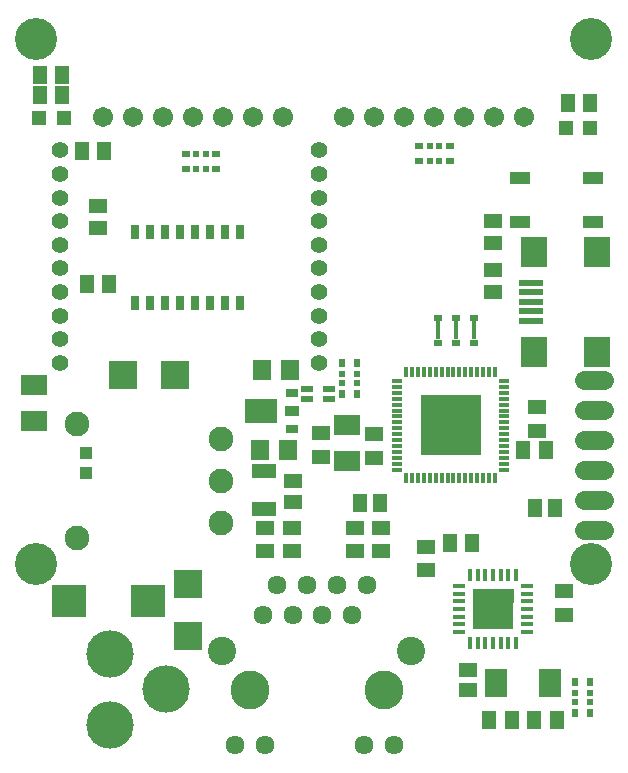
<source format=gts>
G75*
G70*
%OFA0B0*%
%FSLAX24Y24*%
%IPPOS*%
%LPD*%
%AMOC8*
5,1,8,0,0,1.08239X$1,22.5*
%
%ADD10R,0.1380X0.1380*%
%ADD11R,0.0591X0.0512*%
%ADD12C,0.1299*%
%ADD13C,0.0634*%
%ADD14C,0.0945*%
%ADD15R,0.0512X0.0591*%
%ADD16C,0.1580*%
%ADD17R,0.0787X0.0472*%
%ADD18R,0.0512X0.0630*%
%ADD19R,0.0630X0.0512*%
%ADD20R,0.0748X0.0945*%
%ADD21R,0.0157X0.0394*%
%ADD22R,0.0394X0.0157*%
%ADD23R,0.0260X0.0500*%
%ADD24C,0.0673*%
%ADD25C,0.0640*%
%ADD26R,0.0400X0.0200*%
%ADD27R,0.0900X0.0700*%
%ADD28R,0.0315X0.0197*%
%ADD29R,0.0157X0.0630*%
%ADD30R,0.0118X0.0335*%
%ADD31R,0.0335X0.0118*%
%ADD32R,0.2000X0.2000*%
%ADD33C,0.0825*%
%ADD34R,0.0433X0.0394*%
%ADD35C,0.1400*%
%ADD36R,0.0472X0.0472*%
%ADD37R,0.0236X0.0236*%
%ADD38R,0.0315X0.0236*%
%ADD39R,0.0236X0.0315*%
%ADD40R,0.0945X0.0945*%
%ADD41R,0.1161X0.1063*%
%ADD42R,0.0709X0.0433*%
%ADD43R,0.0866X0.0984*%
%ADD44R,0.0787X0.0197*%
%ADD45R,0.0610X0.0709*%
%ADD46R,0.0433X0.0276*%
%ADD47R,0.1102X0.0787*%
%ADD48R,0.0512X0.0354*%
%ADD49C,0.0555*%
%ADD50R,0.0315X0.0472*%
D10*
X016571Y007392D03*
D11*
X015751Y005366D03*
X015751Y004697D03*
X014331Y008698D03*
X014331Y009446D03*
X012851Y009328D03*
X012851Y010076D03*
X011981Y010076D03*
X011981Y009328D03*
X009881Y009328D03*
X009881Y010076D03*
X009901Y010967D03*
X009901Y011636D03*
X008981Y010076D03*
X008981Y009328D03*
X016581Y017948D03*
X016581Y018696D03*
X016561Y019578D03*
X016561Y020326D03*
X003421Y020078D03*
X003421Y020826D03*
D12*
X008469Y004669D03*
X012943Y004669D03*
D13*
X013273Y002849D03*
X012273Y002849D03*
X008990Y002849D03*
X007990Y002849D03*
X008912Y007185D03*
X009900Y007185D03*
X010384Y008169D03*
X011384Y008169D03*
X011868Y007185D03*
X012384Y008169D03*
X010880Y007185D03*
X009384Y008169D03*
D14*
X007551Y006000D03*
X013851Y006000D03*
D15*
X015137Y009572D03*
X015885Y009572D03*
X017967Y010742D03*
X018636Y010742D03*
X012796Y010902D03*
X012127Y010902D03*
X003785Y018202D03*
X003037Y018202D03*
X002867Y022642D03*
X003615Y022642D03*
X002215Y024522D03*
X002215Y025182D03*
X001467Y025182D03*
X001467Y024522D03*
X019077Y024252D03*
X019825Y024252D03*
D16*
X003815Y003533D03*
X003815Y005895D03*
X005666Y004714D03*
D17*
X008931Y010722D03*
X008931Y011981D03*
D18*
X016438Y003682D03*
X017225Y003682D03*
X017928Y003682D03*
X018715Y003682D03*
X018355Y012672D03*
X017568Y012672D03*
D19*
X018043Y013329D03*
X018043Y014116D03*
X018931Y007985D03*
X018931Y007198D03*
X012611Y012428D03*
X012611Y013215D03*
X010841Y013235D03*
X010841Y012448D03*
D20*
X016673Y004903D03*
X018484Y004903D03*
D21*
X017343Y006266D03*
X017087Y006266D03*
X016831Y006266D03*
X016576Y006266D03*
X016320Y006266D03*
X016064Y006266D03*
X015808Y006266D03*
X015808Y008510D03*
X016064Y008510D03*
X016320Y008510D03*
X016576Y008510D03*
X016831Y008510D03*
X017087Y008510D03*
X017343Y008510D03*
D22*
X017698Y008156D03*
X017698Y007900D03*
X017698Y007644D03*
X017698Y007388D03*
X017698Y007132D03*
X017698Y006876D03*
X017698Y006620D03*
X015453Y006620D03*
X015453Y006876D03*
X015453Y007132D03*
X015453Y007388D03*
X015453Y007644D03*
X015453Y007900D03*
X015453Y008156D03*
D23*
X017126Y007808D03*
D24*
X017621Y023792D03*
X016621Y023792D03*
X015621Y023792D03*
X014621Y023792D03*
X013621Y023792D03*
X012621Y023792D03*
X011621Y023792D03*
X009561Y023792D03*
X008561Y023792D03*
X007561Y023792D03*
X006561Y023792D03*
X005561Y023792D03*
X004561Y023792D03*
X003561Y023792D03*
D25*
X019621Y015022D02*
X020261Y015022D01*
X020261Y014022D02*
X019621Y014022D01*
X019621Y013022D02*
X020261Y013022D01*
X020261Y012022D02*
X019621Y012022D01*
X019621Y011022D02*
X020261Y011022D01*
X020261Y010022D02*
X019621Y010022D01*
D26*
X011121Y014369D03*
X011121Y014723D03*
X010373Y014723D03*
X010373Y014369D03*
D27*
X011701Y013522D03*
X011701Y012321D03*
X001261Y013651D03*
X001261Y014852D03*
D28*
X014751Y016258D03*
X015341Y016258D03*
X015932Y016258D03*
X015932Y017085D03*
X015341Y017085D03*
X014751Y017085D03*
D29*
X014751Y016672D03*
X015341Y016672D03*
X015932Y016672D03*
D30*
X015849Y015280D03*
X016045Y015280D03*
X016242Y015280D03*
X016439Y015280D03*
X016636Y015280D03*
X015652Y015280D03*
X015455Y015280D03*
X015258Y015280D03*
X015061Y015280D03*
X014864Y015280D03*
X014667Y015280D03*
X014471Y015280D03*
X014274Y015280D03*
X014077Y015280D03*
X013880Y015280D03*
X013683Y015280D03*
X013683Y011736D03*
X013880Y011736D03*
X014077Y011736D03*
X014274Y011736D03*
X014471Y011736D03*
X014667Y011736D03*
X014864Y011736D03*
X015061Y011736D03*
X015258Y011736D03*
X015455Y011736D03*
X015652Y011736D03*
X015849Y011736D03*
X016045Y011736D03*
X016242Y011736D03*
X016439Y011736D03*
X016636Y011736D03*
D31*
X016931Y012032D03*
X016931Y012228D03*
X016931Y012425D03*
X016931Y012622D03*
X016931Y012819D03*
X016931Y013016D03*
X016931Y013213D03*
X016931Y013410D03*
X016931Y013606D03*
X016931Y013803D03*
X016931Y014000D03*
X016931Y014197D03*
X016931Y014394D03*
X016931Y014591D03*
X016931Y014787D03*
X016931Y014984D03*
X013388Y014984D03*
X013388Y014787D03*
X013388Y014591D03*
X013388Y014394D03*
X013388Y014197D03*
X013388Y014000D03*
X013388Y013803D03*
X013388Y013606D03*
X013388Y013410D03*
X013388Y013213D03*
X013388Y013016D03*
X013388Y012819D03*
X013388Y012622D03*
X013388Y012425D03*
X013388Y012228D03*
X013388Y012032D03*
D32*
X015181Y013532D03*
D33*
X007521Y013042D03*
X007521Y011642D03*
X007521Y010242D03*
X002721Y009742D03*
X002721Y013542D03*
D34*
X003011Y012596D03*
X003011Y011927D03*
D35*
X001341Y008872D03*
X001341Y026372D03*
X019841Y026372D03*
X019841Y008872D03*
D36*
X019825Y023432D03*
X018998Y023432D03*
X002275Y023742D03*
X001448Y023742D03*
D37*
X006681Y022565D03*
X006996Y022565D03*
X006996Y022054D03*
X006681Y022054D03*
X011527Y015226D03*
X011527Y014911D03*
X012039Y014911D03*
X012039Y015226D03*
X014471Y022304D03*
X014786Y022304D03*
X014786Y022815D03*
X014471Y022815D03*
X019297Y004596D03*
X019297Y004281D03*
X019809Y004281D03*
X019809Y004596D03*
D38*
X007350Y022054D03*
X007350Y022565D03*
X006327Y022565D03*
X006327Y022054D03*
X014117Y022304D03*
X014117Y022815D03*
X015140Y022815D03*
X015140Y022304D03*
D39*
X012039Y015581D03*
X011527Y015581D03*
X011527Y014557D03*
X012039Y014557D03*
X019297Y004951D03*
X019809Y004951D03*
X019809Y003927D03*
X019297Y003927D03*
D40*
X006401Y006495D03*
X006401Y008228D03*
X005987Y015172D03*
X004255Y015172D03*
D41*
X005090Y007662D03*
X002433Y007662D03*
D42*
X017459Y020286D03*
X017459Y021743D03*
X019900Y021743D03*
X019900Y020286D03*
D43*
X020030Y019275D03*
X017944Y019275D03*
X017944Y015968D03*
X020030Y015968D03*
D44*
X017845Y016992D03*
X017845Y017307D03*
X017845Y017622D03*
X017845Y017937D03*
X017845Y018251D03*
D45*
X009804Y015342D03*
X008879Y015342D03*
X008819Y012672D03*
X009744Y012672D03*
D46*
X009880Y013401D03*
X009880Y014582D03*
D47*
X008837Y013992D03*
D48*
X009880Y013992D03*
D49*
X010792Y015588D03*
X010792Y016376D03*
X010792Y017163D03*
X010792Y017950D03*
X010792Y018738D03*
X010792Y019525D03*
X010792Y020313D03*
X010792Y021100D03*
X010792Y021887D03*
X010792Y022675D03*
X002131Y022675D03*
X002131Y021887D03*
X002131Y021100D03*
X002131Y020313D03*
X002131Y019525D03*
X002131Y018738D03*
X002131Y017950D03*
X002131Y017163D03*
X002131Y016376D03*
X002131Y015588D03*
D50*
X004651Y017580D03*
X005151Y017580D03*
X005651Y017580D03*
X006151Y017580D03*
X006651Y017580D03*
X007151Y017580D03*
X007651Y017580D03*
X008151Y017580D03*
X008151Y019943D03*
X007651Y019943D03*
X007151Y019943D03*
X006651Y019943D03*
X006151Y019943D03*
X005651Y019943D03*
X005151Y019943D03*
X004651Y019943D03*
M02*

</source>
